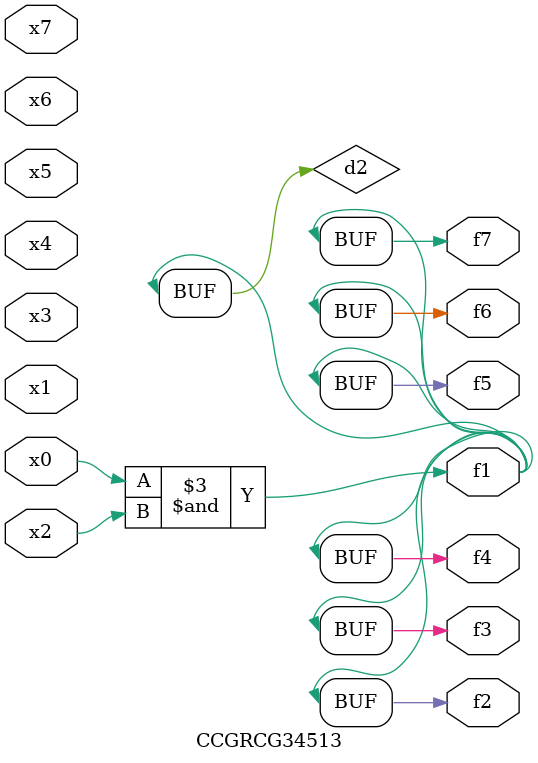
<source format=v>
module CCGRCG34513(
	input x0, x1, x2, x3, x4, x5, x6, x7,
	output f1, f2, f3, f4, f5, f6, f7
);

	wire d1, d2;

	nor (d1, x3, x6);
	and (d2, x0, x2);
	assign f1 = d2;
	assign f2 = d2;
	assign f3 = d2;
	assign f4 = d2;
	assign f5 = d2;
	assign f6 = d2;
	assign f7 = d2;
endmodule

</source>
